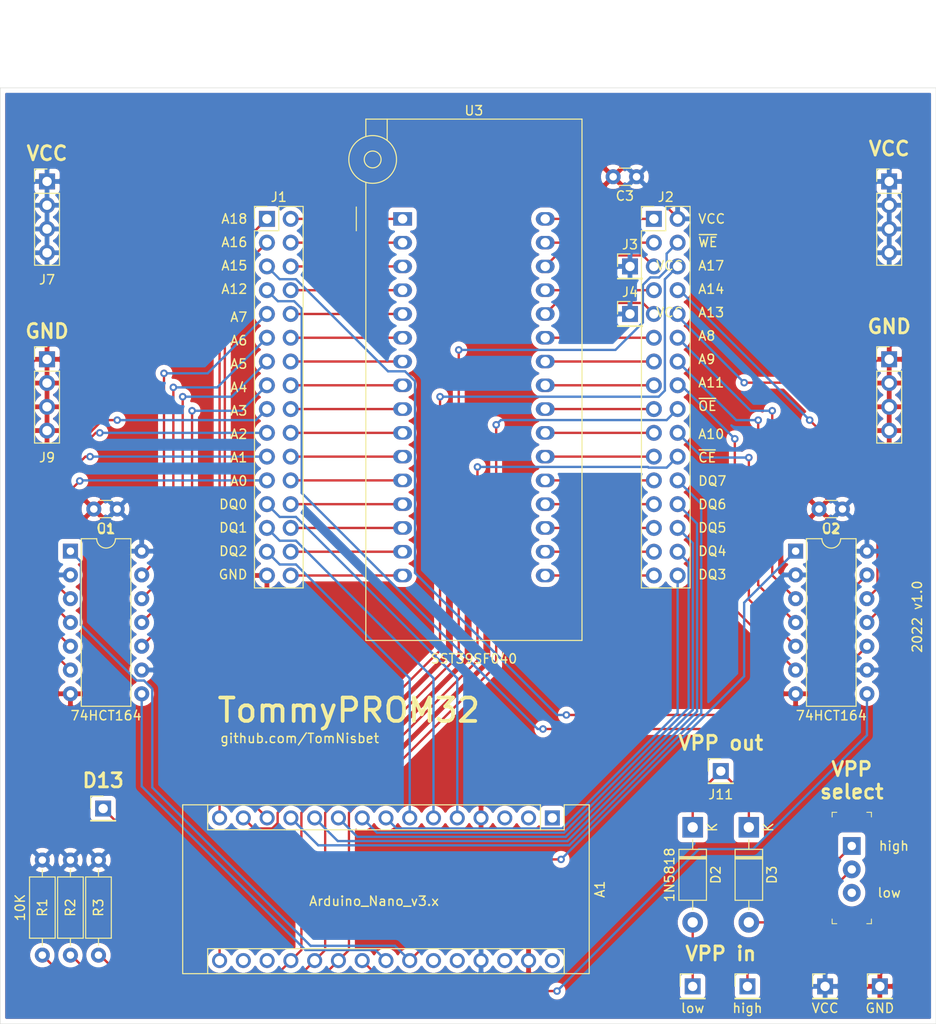
<source format=kicad_pcb>
(kicad_pcb (version 20171130) (host pcbnew "(5.1.9)-1")
  (layers (0 F.Cu signal) (31 B.Cu signal) (36 B.SilkS user) (37 F.SilkS user) (38 B.Mask user) (39 F.Mask user) (44 Edge.Cuts user))
  (net 0 "")
  (net 1 "Net-(A1-Pad16)")
  (net 2 A18)
  (net 3 "Net-(A1-Pad30)")
  (net 4 A17)
  (net 5 GND)
  (net 6 A16)
  (net 7 "Net-(A1-Pad28)")
  (net 8 DQ7)
  (net 9 VCC)
  (net 10 DQ6)
  (net 11 "Net-(A1-Pad26)")
  (net 12 DQ5)
  (net 13 "Net-(A1-Pad25)")
  (net 14 DQ4)
  (net 15 /AD-BIT)
  (net 16 DQ3)
  (net 17 /CLK-LO)
  (net 18 DQ2)
  (net 19 /CLK-HI)
  (net 20 DQ1)
  (net 21 ~OE)
  (net 22 DQ0)
  (net 23 ~CE)
  (net 24 ~WE)
  (net 25 "Net-(A1-Pad3)")
  (net 26 "Net-(A1-Pad18)")
  (net 27 "Net-(A1-Pad2)")
  (net 28 "Net-(A1-Pad17)")
  (net 29 "Net-(A1-Pad1)")
  (net 30 "Net-(D2-Pad2)")
  (net 31 "Net-(D2-Pad1)")
  (net 32 "Net-(D3-Pad2)")
  (net 33 "Net-(J1-Pad32)")
  (net 34 "Net-(J1-Pad30)")
  (net 35 "Net-(J1-Pad28)")
  (net 36 "Net-(J1-Pad26)")
  (net 37 "Net-(J1-Pad24)")
  (net 38 "Net-(J1-Pad22)")
  (net 39 "Net-(J1-Pad20)")
  (net 40 "Net-(J1-Pad18)")
  (net 41 A0)
  (net 42 A1)
  (net 43 A2)
  (net 44 A3)
  (net 45 A4)
  (net 46 A5)
  (net 47 A6)
  (net 48 A7)
  (net 49 A12)
  (net 50 A15)
  (net 51 A14)
  (net 52 A13)
  (net 53 A8)
  (net 54 A9)
  (net 55 A11)
  (net 56 A10)
  (net 57 "Net-(J2-Pad15)")
  (net 58 "Net-(J2-Pad13)")
  (net 59 "Net-(J2-Pad11)")
  (net 60 "Net-(J2-Pad9)")
  (net 61 "Net-(J2-Pad7)")
  (net 62 "Net-(J2-Pad5)")
  (net 63 "Net-(J2-Pad3)")
  (net 64 "Net-(J2-Pad1)")
  (net 65 "Net-(J5-Pad1)")
  (net 66 "Net-(SW1-Pad3)")
  (net 67 "Net-(J1-Pad16)")
  (net 68 "Net-(J1-Pad14)")
  (net 69 "Net-(J1-Pad12)")
  (net 70 "Net-(J1-Pad10)")
  (net 71 "Net-(J1-Pad8)")
  (net 72 "Net-(J1-Pad6)")
  (net 73 "Net-(J1-Pad4)")
  (net 74 "Net-(J1-Pad2)")
  (net 75 "Net-(J2-Pad31)")
  (net 76 "Net-(J2-Pad29)")
  (net 77 "Net-(J2-Pad27)")
  (net 78 "Net-(J2-Pad25)")
  (net 79 "Net-(J2-Pad23)")
  (net 80 "Net-(J2-Pad21)")
  (net 81 "Net-(J2-Pad19)")
  (net 82 "Net-(J2-Pad17)")
  (module Connector_PinHeader_2.54mm:PinHeader_1x01_P2.54mm_Vertical (layer F.Cu) (at 149 131)
    (fp_text reference J14)
    (fp_text value GND (at 0 2.33) (layer F.SilkS))
    (pad 1 thru_hole rect (at 0 0) (size 1.7 1.7) (drill 1) (layers *.Cu *.Mask) (net 5 GND))
  )
  (module Socket:DIP_Socket-32_W11.9_W12.7_W15.24_W17.78_W18.5_3M_232-1285-00-0602J (layer F.Cu) (at 98 49)
    (fp_text reference U3 (at 7.62 -11.56) (layer F.SilkS))
    (fp_text value SST39SF040 (at 7.62 47) (layer F.SilkS))
    (pad 17 thru_hole oval (at 15.24 38.1) (size 2 1.44) (drill 1) (layers *.Cu *.Mask) (net 75 "Net-(J2-Pad31)"))
    (pad 16 thru_hole oval (at 0 38.1) (size 2 1.44) (drill 1) (layers *.Cu *.Mask) (net 33 "Net-(J1-Pad32)"))
    (pad 18 thru_hole oval (at 15.24 35.56) (size 2 1.44) (drill 1) (layers *.Cu *.Mask) (net 76 "Net-(J2-Pad29)"))
    (pad 15 thru_hole oval (at 0 35.56) (size 2 1.44) (drill 1) (layers *.Cu *.Mask) (net 34 "Net-(J1-Pad30)"))
    (pad 19 thru_hole oval (at 15.24 33.02) (size 2 1.44) (drill 1) (layers *.Cu *.Mask) (net 77 "Net-(J2-Pad27)"))
    (pad 14 thru_hole oval (at 0 33.02) (size 2 1.44) (drill 1) (layers *.Cu *.Mask) (net 35 "Net-(J1-Pad28)"))
    (pad 20 thru_hole oval (at 15.24 30.48) (size 2 1.44) (drill 1) (layers *.Cu *.Mask) (net 78 "Net-(J2-Pad25)"))
    (pad 13 thru_hole oval (at 0 30.48) (size 2 1.44) (drill 1) (layers *.Cu *.Mask) (net 36 "Net-(J1-Pad26)"))
    (pad 21 thru_hole oval (at 15.24 27.94) (size 2 1.44) (drill 1) (layers *.Cu *.Mask) (net 79 "Net-(J2-Pad23)"))
    (pad 12 thru_hole oval (at 0 27.94) (size 2 1.44) (drill 1) (layers *.Cu *.Mask) (net 37 "Net-(J1-Pad24)"))
    (pad 22 thru_hole oval (at 15.24 25.4) (size 2 1.44) (drill 1) (layers *.Cu *.Mask) (net 80 "Net-(J2-Pad21)"))
    (pad 11 thru_hole oval (at 0 25.4) (size 2 1.44) (drill 1) (layers *.Cu *.Mask) (net 38 "Net-(J1-Pad22)"))
    (pad 23 thru_hole oval (at 15.24 22.86) (size 2 1.44) (drill 1) (layers *.Cu *.Mask) (net 81 "Net-(J2-Pad19)"))
    (pad 10 thru_hole oval (at 0 22.86) (size 2 1.44) (drill 1) (layers *.Cu *.Mask) (net 39 "Net-(J1-Pad20)"))
    (pad 24 thru_hole oval (at 15.24 20.32) (size 2 1.44) (drill 1) (layers *.Cu *.Mask) (net 82 "Net-(J2-Pad17)"))
    (pad 9 thru_hole oval (at 0 20.32) (size 2 1.44) (drill 1) (layers *.Cu *.Mask) (net 40 "Net-(J1-Pad18)"))
    (pad 25 thru_hole oval (at 15.24 17.78) (size 2 1.44) (drill 1) (layers *.Cu *.Mask) (net 57 "Net-(J2-Pad15)"))
    (pad 8 thru_hole oval (at 0 17.78) (size 2 1.44) (drill 1) (layers *.Cu *.Mask) (net 67 "Net-(J1-Pad16)"))
    (pad 26 thru_hole oval (at 15.24 15.24) (size 2 1.44) (drill 1) (layers *.Cu *.Mask) (net 58 "Net-(J2-Pad13)"))
    (pad 7 thru_hole oval (at 0 15.24) (size 2 1.44) (drill 1) (layers *.Cu *.Mask) (net 68 "Net-(J1-Pad14)"))
    (pad 27 thru_hole oval (at 15.24 12.7) (size 2 1.44) (drill 1) (layers *.Cu *.Mask) (net 59 "Net-(J2-Pad11)"))
    (pad 6 thru_hole oval (at 0 12.7) (size 2 1.44) (drill 1) (layers *.Cu *.Mask) (net 69 "Net-(J1-Pad12)"))
    (pad 28 thru_hole oval (at 15.24 10.16) (size 2 1.44) (drill 1) (layers *.Cu *.Mask) (net 60 "Net-(J2-Pad9)"))
    (pad 5 thru_hole oval (at 0 10.16) (size 2 1.44) (drill 1) (layers *.Cu *.Mask) (net 70 "Net-(J1-Pad10)"))
    (pad 29 thru_hole oval (at 15.24 7.62) (size 2 1.44) (drill 1) (layers *.Cu *.Mask) (net 61 "Net-(J2-Pad7)"))
    (pad 4 thru_hole oval (at 0 7.62) (size 2 1.44) (drill 1) (layers *.Cu *.Mask) (net 71 "Net-(J1-Pad8)"))
    (pad 30 thru_hole oval (at 15.24 5.08) (size 2 1.44) (drill 1) (layers *.Cu *.Mask) (net 62 "Net-(J2-Pad5)"))
    (pad 3 thru_hole oval (at 0 5.08) (size 2 1.44) (drill 1) (layers *.Cu *.Mask) (net 72 "Net-(J1-Pad6)"))
    (pad 31 thru_hole oval (at 15.24 2.54) (size 2 1.44) (drill 1) (layers *.Cu *.Mask) (net 63 "Net-(J2-Pad3)"))
    (pad 2 thru_hole oval (at 0 2.54) (size 2 1.44) (drill 1) (layers *.Cu *.Mask) (net 73 "Net-(J1-Pad4)"))
    (pad 32 thru_hole oval (at 15.24 0) (size 2 1.44) (drill 1) (layers *.Cu *.Mask) (net 64 "Net-(J2-Pad1)"))
    (pad 1 thru_hole rect (at 0 0) (size 2 1.44) (drill 1) (layers *.Cu *.Mask) (net 74 "Net-(J1-Pad2)"))
  )
  (module Package_DIP:DIP-14_W7.62mm (layer F.Cu) (at 140 84.5)
    (fp_text reference U2 (at 3.81 -2.33) (layer F.SilkS))
    (fp_text value 74HCT164 (at 3.81 17.57) (layer F.SilkS))
    (pad 14 thru_hole oval (at 7.62 0) (size 1.6 1.6) (drill 0.8) (layers *.Cu *.Mask) (net 9 VCC))
    (pad 7 thru_hole oval (at 0 15.24) (size 1.6 1.6) (drill 0.8) (layers *.Cu *.Mask) (net 5 GND))
    (pad 13 thru_hole oval (at 7.62 2.54) (size 1.6 1.6) (drill 0.8) (layers *.Cu *.Mask) (net 50 A15))
    (pad 6 thru_hole oval (at 0 12.7) (size 1.6 1.6) (drill 0.8) (layers *.Cu *.Mask) (net 55 A11))
    (pad 12 thru_hole oval (at 7.62 5.08) (size 1.6 1.6) (drill 0.8) (layers *.Cu *.Mask) (net 51 A14))
    (pad 5 thru_hole oval (at 0 10.16) (size 1.6 1.6) (drill 0.8) (layers *.Cu *.Mask) (net 56 A10))
    (pad 11 thru_hole oval (at 7.62 7.62) (size 1.6 1.6) (drill 0.8) (layers *.Cu *.Mask) (net 52 A13))
    (pad 4 thru_hole oval (at 0 7.62) (size 1.6 1.6) (drill 0.8) (layers *.Cu *.Mask) (net 54 A9))
    (pad 10 thru_hole oval (at 7.62 10.16) (size 1.6 1.6) (drill 0.8) (layers *.Cu *.Mask) (net 49 A12))
    (pad 3 thru_hole oval (at 0 5.08) (size 1.6 1.6) (drill 0.8) (layers *.Cu *.Mask) (net 53 A8))
    (pad 9 thru_hole oval (at 7.62 12.7) (size 1.6 1.6) (drill 0.8) (layers *.Cu *.Mask) (net 9 VCC))
    (pad 2 thru_hole oval (at 0 2.54) (size 1.6 1.6) (drill 0.8) (layers *.Cu *.Mask) (net 9 VCC))
    (pad 8 thru_hole oval (at 7.62 15.24) (size 1.6 1.6) (drill 0.8) (layers *.Cu *.Mask) (net 19 /CLK-HI))
    (pad 1 thru_hole rect (at 0 0) (size 1.6 1.6) (drill 0.8) (layers *.Cu *.Mask) (net 15 /AD-BIT))
  )
  (module Package_DIP:DIP-14_W7.62mm (layer F.Cu) (at 62.5 84.5)
    (fp_text reference U1 (at 3.81 -2.33) (layer F.SilkS))
    (fp_text value 74HCT164 (at 3.81 17.57) (layer F.SilkS))
    (pad 14 thru_hole oval (at 7.62 0) (size 1.6 1.6) (drill 0.8) (layers *.Cu *.Mask) (net 9 VCC))
    (pad 7 thru_hole oval (at 0 15.24) (size 1.6 1.6) (drill 0.8) (layers *.Cu *.Mask) (net 5 GND))
    (pad 13 thru_hole oval (at 7.62 2.54) (size 1.6 1.6) (drill 0.8) (layers *.Cu *.Mask) (net 48 A7))
    (pad 6 thru_hole oval (at 0 12.7) (size 1.6 1.6) (drill 0.8) (layers *.Cu *.Mask) (net 44 A3))
    (pad 12 thru_hole oval (at 7.62 5.08) (size 1.6 1.6) (drill 0.8) (layers *.Cu *.Mask) (net 47 A6))
    (pad 5 thru_hole oval (at 0 10.16) (size 1.6 1.6) (drill 0.8) (layers *.Cu *.Mask) (net 43 A2))
    (pad 11 thru_hole oval (at 7.62 7.62) (size 1.6 1.6) (drill 0.8) (layers *.Cu *.Mask) (net 46 A5))
    (pad 4 thru_hole oval (at 0 7.62) (size 1.6 1.6) (drill 0.8) (layers *.Cu *.Mask) (net 42 A1))
    (pad 10 thru_hole oval (at 7.62 10.16) (size 1.6 1.6) (drill 0.8) (layers *.Cu *.Mask) (net 45 A4))
    (pad 3 thru_hole oval (at 0 5.08) (size 1.6 1.6) (drill 0.8) (layers *.Cu *.Mask) (net 41 A0))
    (pad 9 thru_hole oval (at 7.62 12.7) (size 1.6 1.6) (drill 0.8) (layers *.Cu *.Mask) (net 9 VCC))
    (pad 2 thru_hole oval (at 0 2.54) (size 1.6 1.6) (drill 0.8) (layers *.Cu *.Mask) (net 9 VCC))
    (pad 8 thru_hole oval (at 7.62 15.24) (size 1.6 1.6) (drill 0.8) (layers *.Cu *.Mask) (net 17 /CLK-LO))
    (pad 1 thru_hole rect (at 0 0) (size 1.6 1.6) (drill 0.8) (layers *.Cu *.Mask) (net 15 /AD-BIT))
  )
  (module digikey-footprints:Switch_Slide_11.6x4mm_EG1218 (layer F.Cu) (at 146 116 270)
    (fp_text reference SW1)
    (fp_text value SW_SPDT)
    (fp_text user low (at 5 -4) (layer F.SilkS))
    (fp_text user high (at 0 -4.5) (layer F.SilkS))
    (pad 3 thru_hole circle (at 5 0 270) (size 1.9 1.9) (drill 0.9) (layers *.Cu *.Mask) (net 66 "Net-(SW1-Pad3)"))
    (pad 2 thru_hole circle (at 2.5 0 270) (size 1.9 1.9) (drill 0.9) (layers *.Cu *.Mask) (net 65 "Net-(J5-Pad1)"))
    (pad 1 thru_hole rect (at 0 0 270) (size 1.9 1.9) (drill 0.9) (layers *.Cu *.Mask) (net 32 "Net-(D3-Pad2)"))
  )
  (module Resistor_THT:R_Axial_DIN0207_L6.3mm_D2.5mm_P10.16mm_Horizontal (layer F.Cu) (at 65.5 117.5 270)
    (fp_text reference R3 (at 5.08 0 90) (layer F.SilkS))
    (fp_text value 10K)
    (pad 2 thru_hole oval (at 10.16 0 270) (size 1.6 1.6) (drill 0.8) (layers *.Cu *.Mask) (net 24 ~WE))
    (pad 1 thru_hole circle (at 0 0 270) (size 1.6 1.6) (drill 0.8) (layers *.Cu *.Mask) (net 9 VCC))
  )
  (module Resistor_THT:R_Axial_DIN0207_L6.3mm_D2.5mm_P10.16mm_Horizontal (layer F.Cu) (at 62.5 117.5 270)
    (fp_text reference R2 (at 5.08 0 90) (layer F.SilkS))
    (fp_text value 10K)
    (pad 2 thru_hole oval (at 10.16 0 270) (size 1.6 1.6) (drill 0.8) (layers *.Cu *.Mask) (net 23 ~CE))
    (pad 1 thru_hole circle (at 0 0 270) (size 1.6 1.6) (drill 0.8) (layers *.Cu *.Mask) (net 9 VCC))
  )
  (module Resistor_THT:R_Axial_DIN0207_L6.3mm_D2.5mm_P10.16mm_Horizontal (layer F.Cu) (at 59.5 117.5 270)
    (fp_text reference R1 (at 5.08 0 90) (layer F.SilkS))
    (fp_text value 10K (at 5.08 2.37 90) (layer F.SilkS))
    (pad 2 thru_hole oval (at 10.16 0 270) (size 1.6 1.6) (drill 0.8) (layers *.Cu *.Mask) (net 21 ~OE))
    (pad 1 thru_hole circle (at 0 0 270) (size 1.6 1.6) (drill 0.8) (layers *.Cu *.Mask) (net 9 VCC))
  )
  (module Connector_PinHeader_2.54mm:PinHeader_1x01_P2.54mm_Vertical (layer F.Cu) (at 143.149999 131)
    (fp_text reference J13)
    (fp_text value VCC (at 0 2.33) (layer F.SilkS))
    (pad 1 thru_hole rect (at 0 0) (size 1.7 1.7) (drill 1) (layers *.Cu *.Mask) (net 9 VCC))
  )
  (module Connector_PinHeader_2.54mm:PinHeader_1x01_P2.54mm_Vertical (layer F.Cu) (at 66 112)
    (fp_text reference J12)
    (fp_text value D13 (at 0 -3) (layer F.SilkS) (effects (font (size 1.5 1.5) (thickness 0.3))))
    (pad 1 thru_hole rect (at 0 0) (size 1.7 1.7) (drill 1) (layers *.Cu *.Mask) (net 1 "Net-(A1-Pad16)"))
  )
  (module Connector_PinHeader_2.54mm:PinHeader_1x01_P2.54mm_Vertical (layer F.Cu) (at 132 108)
    (fp_text reference J11 (at 0 2.5) (layer F.SilkS))
    (fp_text value "VPP out" (at 0 -3) (layer F.SilkS) (effects (font (size 1.5 1.5) (thickness 0.3))))
    (pad 1 thru_hole rect (at 0 0) (size 1.7 1.7) (drill 1) (layers *.Cu *.Mask) (net 31 "Net-(D2-Pad1)"))
  )
  (module Connector_PinHeader_2.54mm:PinHeader_1x04_P2.54mm_Vertical (layer F.Cu) (at 150 64)
    (fp_text reference J10)
    (fp_text value GND (at 0 -3.5) (layer F.SilkS) (effects (font (size 1.5 1.5) (thickness 0.3))))
    (pad 4 thru_hole oval (at 0 7.62) (size 1.7 1.7) (drill 1) (layers *.Cu *.Mask) (net 5 GND))
    (pad 3 thru_hole oval (at 0 5.08) (size 1.7 1.7) (drill 1) (layers *.Cu *.Mask) (net 5 GND))
    (pad 2 thru_hole oval (at 0 2.54) (size 1.7 1.7) (drill 1) (layers *.Cu *.Mask) (net 5 GND))
    (pad 1 thru_hole rect (at 0 0) (size 1.7 1.7) (drill 1) (layers *.Cu *.Mask) (net 5 GND))
  )
  (module Connector_PinHeader_2.54mm:PinHeader_1x04_P2.54mm_Vertical (layer F.Cu) (at 60 64)
    (fp_text reference J9 (at 0 10.5) (layer F.SilkS))
    (fp_text value GND (at 0 -3) (layer F.SilkS) (effects (font (size 1.5 1.5) (thickness 0.3))))
    (pad 4 thru_hole oval (at 0 7.62) (size 1.7 1.7) (drill 1) (layers *.Cu *.Mask) (net 5 GND))
    (pad 3 thru_hole oval (at 0 5.08) (size 1.7 1.7) (drill 1) (layers *.Cu *.Mask) (net 5 GND))
    (pad 2 thru_hole oval (at 0 2.54) (size 1.7 1.7) (drill 1) (layers *.Cu *.Mask) (net 5 GND))
    (pad 1 thru_hole rect (at 0 0) (size 1.7 1.7) (drill 1) (layers *.Cu *.Mask) (net 5 GND))
  )
  (module Connector_PinHeader_2.54mm:PinHeader_1x04_P2.54mm_Vertical (layer F.Cu) (at 150 45)
    (fp_text reference J8)
    (fp_text value VCC (at 0 -3.5) (layer F.SilkS) (effects (font (size 1.5 1.5) (thickness 0.3))))
    (pad 4 thru_hole oval (at 0 7.62) (size 1.7 1.7) (drill 1) (layers *.Cu *.Mask) (net 9 VCC))
    (pad 3 thru_hole oval (at 0 5.08) (size 1.7 1.7) (drill 1) (layers *.Cu *.Mask) (net 9 VCC))
    (pad 2 thru_hole oval (at 0 2.54) (size 1.7 1.7) (drill 1) (layers *.Cu *.Mask) (net 9 VCC))
    (pad 1 thru_hole rect (at 0 0) (size 1.7 1.7) (drill 1) (layers *.Cu *.Mask) (net 9 VCC))
  )
  (module Connector_PinHeader_2.54mm:PinHeader_1x04_P2.54mm_Vertical (layer F.Cu) (at 60 45)
    (fp_text reference J7 (at 0 10.5) (layer F.SilkS))
    (fp_text value VCC (at 0 -3) (layer F.SilkS) (effects (font (size 1.5 1.5) (thickness 0.3))))
    (pad 4 thru_hole oval (at 0 7.62) (size 1.7 1.7) (drill 1) (layers *.Cu *.Mask) (net 9 VCC))
    (pad 3 thru_hole oval (at 0 5.08) (size 1.7 1.7) (drill 1) (layers *.Cu *.Mask) (net 9 VCC))
    (pad 2 thru_hole oval (at 0 2.54) (size 1.7 1.7) (drill 1) (layers *.Cu *.Mask) (net 9 VCC))
    (pad 1 thru_hole rect (at 0 0) (size 1.7 1.7) (drill 1) (layers *.Cu *.Mask) (net 9 VCC))
  )
  (module Connector_PinHeader_2.54mm:PinHeader_1x01_P2.54mm_Vertical (layer F.Cu) (at 129 131)
    (fp_text reference J6)
    (fp_text value low (at 0 2.33) (layer F.SilkS))
    (pad 1 thru_hole rect (at 0 0) (size 1.7 1.7) (drill 1) (layers *.Cu *.Mask) (net 30 "Net-(D2-Pad2)"))
  )
  (module Connector_PinHeader_2.54mm:PinHeader_1x01_P2.54mm_Vertical (layer F.Cu) (at 134.85 131)
    (fp_text reference J5)
    (fp_text value high (at 0 2.33) (layer F.SilkS))
    (pad 1 thru_hole rect (at 0 0) (size 1.7 1.7) (drill 1) (layers *.Cu *.Mask) (net 65 "Net-(J5-Pad1)"))
  )
  (module Connector_PinHeader_2.54mm:PinHeader_1x01_P2.54mm_Vertical (layer F.Cu) (at 122.3 59.16)
    (fp_text reference J4 (at 0 -2.33) (layer F.SilkS))
    (fp_text value PWR24)
    (pad 1 thru_hole rect (at 0 0) (size 1.7 1.7) (drill 1) (layers *.Cu *.Mask) (net 9 VCC))
  )
  (module Connector_PinHeader_2.54mm:PinHeader_1x01_P2.54mm_Vertical (layer F.Cu) (at 122.3 54.08)
    (fp_text reference J3 (at 0 -2.33) (layer F.SilkS))
    (fp_text value PWR28)
    (pad 1 thru_hole rect (at 0 0) (size 1.7 1.7) (drill 1) (layers *.Cu *.Mask) (net 9 VCC))
  )
  (module Connector_PinHeader_2.54mm:PinHeader_2x16_P2.54mm_Vertical (layer F.Cu) (at 124.85 49)
    (fp_text reference J2 (at 1.27 -2.33) (layer F.SilkS))
    (fp_text value right)
    (pad 32 thru_hole oval (at 2.54 38.1) (size 1.7 1.7) (drill 1) (layers *.Cu *.Mask) (net 16 DQ3))
    (pad 31 thru_hole oval (at 0 38.1) (size 1.7 1.7) (drill 1) (layers *.Cu *.Mask) (net 75 "Net-(J2-Pad31)"))
    (pad 30 thru_hole oval (at 2.54 35.56) (size 1.7 1.7) (drill 1) (layers *.Cu *.Mask) (net 14 DQ4))
    (pad 29 thru_hole oval (at 0 35.56) (size 1.7 1.7) (drill 1) (layers *.Cu *.Mask) (net 76 "Net-(J2-Pad29)"))
    (pad 28 thru_hole oval (at 2.54 33.02) (size 1.7 1.7) (drill 1) (layers *.Cu *.Mask) (net 12 DQ5))
    (pad 27 thru_hole oval (at 0 33.02) (size 1.7 1.7) (drill 1) (layers *.Cu *.Mask) (net 77 "Net-(J2-Pad27)"))
    (pad 26 thru_hole oval (at 2.54 30.48) (size 1.7 1.7) (drill 1) (layers *.Cu *.Mask) (net 10 DQ6))
    (pad 25 thru_hole oval (at 0 30.48) (size 1.7 1.7) (drill 1) (layers *.Cu *.Mask) (net 78 "Net-(J2-Pad25)"))
    (pad 24 thru_hole oval (at 2.54 27.94) (size 1.7 1.7) (drill 1) (layers *.Cu *.Mask) (net 8 DQ7))
    (pad 23 thru_hole oval (at 0 27.94) (size 1.7 1.7) (drill 1) (layers *.Cu *.Mask) (net 79 "Net-(J2-Pad23)"))
    (pad 22 thru_hole oval (at 2.54 25.4) (size 1.7 1.7) (drill 1) (layers *.Cu *.Mask) (net 23 ~CE))
    (pad 21 thru_hole oval (at 0 25.4) (size 1.7 1.7) (drill 1) (layers *.Cu *.Mask) (net 80 "Net-(J2-Pad21)"))
    (pad 20 thru_hole oval (at 2.54 22.86) (size 1.7 1.7) (drill 1) (layers *.Cu *.Mask) (net 56 A10))
    (pad 19 thru_hole oval (at 0 22.86) (size 1.7 1.7) (drill 1) (layers *.Cu *.Mask) (net 81 "Net-(J2-Pad19)"))
    (pad 18 thru_hole oval (at 2.54 20.32) (size 1.7 1.7) (drill 1) (layers *.Cu *.Mask) (net 21 ~OE))
    (pad 17 thru_hole oval (at 0 20.32) (size 1.7 1.7) (drill 1) (layers *.Cu *.Mask) (net 82 "Net-(J2-Pad17)"))
    (pad 16 thru_hole oval (at 2.54 17.78) (size 1.7 1.7) (drill 1) (layers *.Cu *.Mask) (net 55 A11))
    (pad 15 thru_hole oval (at 0 17.78) (size 1.7 1.7) (drill 1) (layers *.Cu *.Mask) (net 57 "Net-(J2-Pad15)"))
    (pad 14 thru_hole oval (at 2.54 15.24) (size 1.7 1.7) (drill 1) (layers *.Cu *.Mask) (net 54 A9))
    (pad 13 thru_hole oval (at 0 15.24) (size 1.7 1.7) (drill 1) (layers *.Cu *.Mask) (net 58 "Net-(J2-Pad13)"))
    (pad 12 thru_hole oval (at 2.54 12.7) (size 1.7 1.7) (drill 1) (layers *.Cu *.Mask) (net 53 A8))
    (pad 11 thru_hole oval (at 0 12.7) (size 1.7 1.7) (drill 1) (layers *.Cu *.Mask) (net 59 "Net-(J2-Pad11)"))
    (pad 10 thru_hole oval (at 2.54 10.16) (size 1.7 1.7) (drill 1) (layers *.Cu *.Mask) (net 52 A13))
    (pad 9 thru_hole oval (at 0 10.16) (size 1.7 1.7) (drill 1) (layers *.Cu *.Mask) (net 60 "Net-(J2-Pad9)"))
    (pad 8 thru_hole oval (at 2.54 7.62) (size 1.7 1.7) (drill 1) (layers *.Cu *.Mask) (net 51 A14))
    (pad 7 thru_hole oval (at 0 7.62) (size 1.7 1.7) (drill 1) (layers *.Cu *.Mask) (net 61 "Net-(J2-Pad7)"))
    (pad 6 thru_hole oval (at 2.54 5.08) (size 1.7 1.7) (drill 1) (layers *.Cu *.Mask) (net 4 A17))
    (pad 5 thru_hole oval (at 0 5.08) (size 1.7 1.7) (drill 1) (layers *.Cu *.Mask) (net 62 "Net-(J2-Pad5)"))
    (pad 4 thru_hole oval (at 2.54 2.54) (size 1.7 1.7) (drill 1) (layers *.Cu *.Mask) (net 24 ~WE))
    (pad 3 thru_hole oval (at 0 2.54) (size 1.7 1.7) (drill 1) (layers *.Cu *.Mask) (net 63 "Net-(J2-Pad3)"))
    (pad 2 thru_hole oval (at 2.54 0) (size 1.7 1.7) (drill 1) (layers *.Cu *.Mask) (net 9 VCC))
    (pad 1 thru_hole rect (at 0 0) (size 1.7 1.7) (drill 1) (layers *.Cu *.Mask) (net 64 "Net-(J2-Pad1)"))
  )
  (module Connector_PinHeader_2.54mm:PinHeader_2x16_P2.54mm_Vertical (layer F.Cu) (at 83.5 49)
    (fp_text reference J1 (at 1.27 -2.33) (layer F.SilkS))
    (fp_text value left)
    (pad 32 thru_hole oval (at 2.54 38.1) (size 1.7 1.7) (drill 1) (layers *.Cu *.Mask) (net 33 "Net-(J1-Pad32)"))
    (pad 31 thru_hole oval (at 0 38.1) (size 1.7 1.7) (drill 1) (layers *.Cu *.Mask) (net 5 GND))
    (pad 30 thru_hole oval (at 2.54 35.56) (size 1.7 1.7) (drill 1) (layers *.Cu *.Mask) (net 34 "Net-(J1-Pad30)"))
    (pad 29 thru_hole oval (at 0 35.56) (size 1.7 1.7) (drill 1) (layers *.Cu *.Mask) (net 18 DQ2))
    (pad 28 thru_hole oval (at 2.54 33.02) (size 1.7 1.7) (drill 1) (layers *.Cu *.Mask) (net 35 "Net-(J1-Pad28)"))
    (pad 27 thru_hole oval (at 0 33.02) (size 1.7 1.7) (drill 1) (layers *.Cu *.Mask) (net 20 DQ1))
    (pad 26 thru_hole oval (at 2.54 30.48) (size 1.7 1.7) (drill 1) (layers *.Cu *.Mask) (net 36 "Net-(J1-Pad26)"))
    (pad 25 thru_hole oval (at 0 30.48) (size 1.7 1.7) (drill 1) (layers *.Cu *.Mask) (net 22 DQ0))
    (pad 24 thru_hole oval (at 2.54 27.94) (size 1.7 1.7) (drill 1) (layers *.Cu *.Mask) (net 37 "Net-(J1-Pad24)"))
    (pad 23 thru_hole oval (at 0 27.94) (size 1.7 1.7) (drill 1) (layers *.Cu *.Mask) (net 41 A0))
    (pad 22 thru_hole oval (at 2.54 25.4) (size 1.7 1.7) (drill 1) (layers *.Cu *.Mask) (net 38 "Net-(J1-Pad22)"))
    (pad 21 thru_hole oval (at 0 25.4) (size 1.7 1.7) (drill 1) (layers *.Cu *.Mask) (net 42 A1))
    (pad 20 thru_hole oval (at 2.54 22.86) (size 1.7 1.7) (drill 1) (layers *.Cu *.Mask) (net 39 "Net-(J1-Pad20)"))
    (pad 19 thru_hole oval (at 0 22.86) (size 1.7 1.7) (drill 1) (layers *.Cu *.Mask) (net 43 A2))
    (pad 18 thru_hole oval (at 2.54 20.32) (size 1.7 1.7) (drill 1) (layers *.Cu *.Mask) (net 40 "Net-(J1-Pad18)"))
    (pad 17 thru_hole oval (at 0 20.32) (size 1.7 1.7) (drill 1) (layers *.Cu *.Mask) (net 44 A3))
    (pad 16 thru_hole oval (at 2.54 17.78) (size 1.7 1.7) (drill 1) (layers *.Cu *.Mask) (net 67 "Net-(J1-Pad16)"))
    (pad 15 thru_hole oval (at 0 17.78) (size 1.7 1.7) (drill 1) (layers *.Cu *.Mask) (net 45 A4))
    (pad 14 thru_hole oval (at 2.54 15.24) (size 1.7 1.7) (drill 1) (layers *.Cu *.Mask) (net 68 "Net-(J1-Pad14)"))
    (pad 13 thru_hole oval (at 0 15.24) (size 1.7 1.7) (drill 1) (layers *.Cu *.Mask) (net 46 A5))
    (pad 12 thru_hole oval (at 2.54 12.7) (size 1.7 1.7) (drill 1) (layers *.Cu *.Mask) (net 69 "Net-(J1-Pad12)"))
    (pad 11 thru_hole oval (at 0 12.7) (size 1.7 1.7) (drill 1) (layers *.Cu *.Mask) (net 47 A6))
    (pad 10 thru_hole oval (at 2.54 10.16) (size 1.7 1.7) (drill 1) (layers *.Cu *.Mask) (net 70 "Net-(J1-Pad10)"))
    (pad 9 thru_hole oval (at 0 10.16) (size 1.7 1.7) (drill 1) (layers *.Cu *.Mask) (net 48 A7))
    (pad 8 thru_hole oval (at 2.54 7.62) (size 1.7 1.7) (drill 1) (layers *.Cu *.Mask) (net 71 "Net-(J1-Pad8)"))
    (pad 7 thru_hole oval (at 0 7.62) (size 1.7 1.7) (drill 1) (layers *.Cu *.Mask) (net 49 A12))
    (pad 6 thru_hole oval (at 2.54 5.08) (size 1.7 1.7) (drill 1) (layers *.Cu *.Mask) (net 72 "Net-(J1-Pad6)"))
    (pad 5 thru_hole oval (at 0 5.08) (size 1.7 1.7) (drill 1) (layers *.Cu *.Mask) (net 50 A15))
    (pad 4 thru_hole oval (at 2.54 2.54) (size 1.7 1.7) (drill 1) (layers *.Cu *.Mask) (net 73 "Net-(J1-Pad4)"))
    (pad 3 thru_hole oval (at 0 2.54) (size 1.7 1.7) (drill 1) (layers *.Cu *.Mask) (net 6 A16))
    (pad 2 thru_hole oval (at 2.54 0) (size 1.7 1.7) (drill 1) (layers *.Cu *.Mask) (net 74 "Net-(J1-Pad2)"))
    (pad 1 thru_hole rect (at 0 0) (size 1.7 1.7) (drill 1) (layers *.Cu *.Mask) (net 2 A18))
  )
  (module Diode_THT:D_DO-41_SOD81_P10.16mm_Horizontal (layer F.Cu) (at 135 114 270)
    (fp_text reference D3 (at 5.08 -2.47 90) (layer F.SilkS))
    (fp_text value 1N5818)
    (fp_text user K (at 0 -2.1 90) (layer F.SilkS))
    (pad 2 thru_hole oval (at 10.16 0 270) (size 2.2 2.2) (drill 1.1) (layers *.Cu *.Mask) (net 32 "Net-(D3-Pad2)"))
    (pad 1 thru_hole rect (at 0 0 270) (size 2.2 2.2) (drill 1.1) (layers *.Cu *.Mask) (net 31 "Net-(D2-Pad1)"))
  )
  (module Diode_THT:D_DO-41_SOD81_P10.16mm_Horizontal (layer F.Cu) (at 129 114 270)
    (fp_text reference D2 (at 5.08 -2.47 90) (layer F.SilkS))
    (fp_text value 1N5818 (at 5.08 2.47 90) (layer F.SilkS))
    (fp_text user K (at 0 -2.1 90) (layer F.SilkS))
    (pad 2 thru_hole oval (at 10.16 0 270) (size 2.2 2.2) (drill 1.1) (layers *.Cu *.Mask) (net 30 "Net-(D2-Pad2)"))
    (pad 1 thru_hole rect (at 0 0 270) (size 2.2 2.2) (drill 1.1) (layers *.Cu *.Mask) (net 31 "Net-(D2-Pad1)"))
  )
  (module Capacitor_THT:C_Disc_D3.0mm_W1.6mm_P2.50mm (layer F.Cu) (at 67.5 80 180)
    (fp_text reference C1 (at 1.25 -2.05) (layer F.SilkS))
    (fp_text value 0.1uF)
    (pad 2 thru_hole circle (at 2.5 0 180) (size 1.6 1.6) (drill 0.8) (layers *.Cu *.Mask) (net 5 GND))
    (pad 1 thru_hole circle (at 0 0 180) (size 1.6 1.6) (drill 0.8) (layers *.Cu *.Mask) (net 9 VCC))
  )
  (module Capacitor_THT:C_Disc_D3.0mm_W1.6mm_P2.50mm (layer F.Cu) (at 123 44.5 180)
    (fp_text reference C3 (at 1.25 -2.05) (layer F.SilkS))
    (fp_text value 0.1uF)
    (pad 2 thru_hole circle (at 2.5 0 180) (size 1.6 1.6) (drill 0.8) (layers *.Cu *.Mask) (net 5 GND))
    (pad 1 thru_hole circle (at 0 0 180) (size 1.6 1.6) (drill 0.8) (layers *.Cu *.Mask) (net 9 VCC))
  )
  (module Capacitor_THT:C_Disc_D3.0mm_W1.6mm_P2.50mm (layer F.Cu) (at 145 80 180)
    (fp_text reference C2 (at 1.25 -2.05) (layer F.SilkS))
    (fp_text value 0.1uF)
    (pad 2 thru_hole circle (at 2.5 0 180) (size 1.6 1.6) (drill 0.8) (layers *.Cu *.Mask) (net 5 GND))
    (pad 1 thru_hole circle (at 0 0 180) (size 1.6 1.6) (drill 0.8) (layers *.Cu *.Mask) (net 9 VCC))
  )
  (module Module:Arduino_Nano (layer F.Cu) (at 114 113 270)
    (fp_text reference A1 (at 7.62 -5.08 90) (layer F.SilkS))
    (fp_text value Arduino_Nano_v3.x (at 8.89 19.05) (layer F.SilkS))
    (pad 16 thru_hole oval (at 15.24 35.56 270) (size 1.6 1.6) (drill 1) (layers *.Cu *.Mask) (net 1 "Net-(A1-Pad16)"))
    (pad 15 thru_hole oval (at 0 35.56 270) (size 1.6 1.6) (drill 1) (layers *.Cu *.Mask) (net 2 A18))
    (pad 30 thru_hole oval (at 15.24 0 270) (size 1.6 1.6) (drill 1) (layers *.Cu *.Mask) (net 3 "Net-(A1-Pad30)"))
    (pad 14 thru_hole oval (at 0 33.02 270) (size 1.6 1.6) (drill 1) (layers *.Cu *.Mask) (net 4 A17))
    (pad 29 thru_hole oval (at 15.24 2.54 270) (size 1.6 1.6) (drill 1) (layers *.Cu *.Mask) (net 5 GND))
    (pad 13 thru_hole oval (at 0 30.48 270) (size 1.6 1.6) (drill 1) (layers *.Cu *.Mask) (net 6 A16))
    (pad 28 thru_hole oval (at 15.24 5.08 270) (size 1.6 1.6) (drill 1) (layers *.Cu *.Mask) (net 7 "Net-(A1-Pad28)"))
    (pad 12 thru_hole oval (at 0 27.94 270) (size 1.6 1.6) (drill 1) (layers *.Cu *.Mask) (net 8 DQ7))
    (pad 27 thru_hole oval (at 15.24 7.62 270) (size 1.6 1.6) (drill 1) (layers *.Cu *.Mask) (net 9 VCC))
    (pad 11 thru_hole oval (at 0 25.4 270) (size 1.6 1.6) (drill 1) (layers *.Cu *.Mask) (net 10 DQ6))
    (pad 26 thru_hole oval (at 15.24 10.16 270) (size 1.6 1.6) (drill 1) (layers *.Cu *.Mask) (net 11 "Net-(A1-Pad26)"))
    (pad 10 thru_hole oval (at 0 22.86 270) (size 1.6 1.6) (drill 1) (layers *.Cu *.Mask) (net 12 DQ5))
    (pad 25 thru_hole oval (at 15.24 12.7 270) (size 1.6 1.6) (drill 1) (layers *.Cu *.Mask) (net 13 "Net-(A1-Pad25)"))
    (pad 9 thru_hole oval (at 0 20.32 270) (size 1.6 1.6) (drill 1) (layers *.Cu *.Mask) (net 14 DQ4))
    (pad 24 thru_hole oval (at 15.24 15.24 270) (size 1.6 1.6) (drill 1) (layers *.Cu *.Mask) (net 15 /AD-BIT))
    (pad 8 thru_hole oval (at 0 17.78 270) (size 1.6 1.6) (drill 1) (layers *.Cu *.Mask) (net 16 DQ3))
    (pad 23 thru_hole oval (at 15.24 17.78 270) (size 1.6 1.6) (drill 1) (layers *.Cu *.Mask) (net 17 /CLK-LO))
    (pad 7 thru_hole oval (at 0 15.24 270) (size 1.6 1.6) (drill 1) (layers *.Cu *.Mask) (net 18 DQ2))
    (pad 22 thru_hole oval (at 15.24 20.32 270) (size 1.6 1.6) (drill 1) (layers *.Cu *.Mask) (net 19 /CLK-HI))
    (pad 6 thru_hole oval (at 0 12.7 270) (size 1.6 1.6) (drill 1) (layers *.Cu *.Mask) (net 20 DQ1))
    (pad 21 thru_hole oval (at 15.24 22.86 270) (size 1.6 1.6) (drill 1) (layers *.Cu *.Mask) (net 21 ~OE))
    (pad 5 thru_hole oval (at 0 10.16 270) (size 1.6 1.6) (drill 1) (layers *.Cu *.Mask) (net 22 DQ0))
    (pad 20 thru_hole oval (at 15.24 25.4 270) (size 1.6 1.6) (drill 1) (layers *.Cu *.Mask) (net 23 ~CE))
    (pad 4 thru_hole oval (at 0 7.62 270) (size 1.6 1.6) (drill 1) (layers *.Cu *.Mask) (net 5 GND))
    (pad 19 thru_hole oval (at 15.24 27.94 270) (size 1.6 1.6) (drill 1) (layers *.Cu *.Mask) (net 24 ~WE))
    (pad 3 thru_hole oval (at 0 5.08 270) (size 1.6 1.6) (drill 1) (layers *.Cu *.Mask) (net 25 "Net-(A1-Pad3)"))
    (pad 18 thru_hole oval (at 15.24 30.48 270) (size 1.6 1.6) (drill 1) (layers *.Cu *.Mask) (net 26 "Net-(A1-Pad18)"))
    (pad 2 thru_hole oval (at 0 2.54 270) (size 1.6 1.6) (drill 1) (layers *.Cu *.Mask) (net 27 "Net-(A1-Pad2)"))
    (pad 17 thru_hole oval (at 15.24 33.02 270) (size 1.6 1.6) (drill 1) (layers *.Cu *.Mask) (net 28 "Net-(A1-Pad17)"))
    (pad 1 thru_hole rect (at 0 0 270) (size 1.6 1.6) (drill 1) (layers *.Cu *.Mask) (net 29 "Net-(A1-Pad1)"))
  )
  (gr_text "2022 v1.0" (at 153 91.5 90) (layer F.SilkS) (effects (font (size 1 1))))
  (gr_text github.com/TomNisbet (at 87 104.5) (layer F.SilkS) (effects (font (size 1 1))))
  (gr_text TommyPROM32 (at 78 101.5) (layer F.SilkS) (effects (font (size 2.5 2.5) (thickness 0.4)) (justify left)))
  (gr_text "VPP\nselect" (at 146 109) (layer F.SilkS) (effects (font (size 1.5 1.5) (thickness 0.3))))
  (gr_text "VPP in" (at 132 127.5) (layer F.SilkS) (effects (font (size 1.5 1.5) (thickness 0.3))))
  (gr_text A18 (at 81.5 49) (layer F.SilkS) (effects (font (size 1 1)) (justify right)))
  (gr_text A16 (at 81.5 51.5) (layer F.SilkS) (effects (font (size 1 1)) (justify right)))
  (gr_text A15 (at 81.5 54) (layer F.SilkS) (effects (font (size 1 1)) (justify right)))
  (gr_text A12 (at 81.5 56.5) (layer F.SilkS) (effects (font (size 1 1)) (justify right)))
  (gr_text A7 (at 81.5 59.5) (layer F.SilkS) (effects (font (size 1 1)) (justify right)))
  (gr_text A6 (at 81.5 62) (layer F.SilkS) (effects (font (size 1 1)) (justify right)))
  (gr_text A5 (at 81.5 64.5) (layer F.SilkS) (effects (font (size 1 1)) (justify right)))
  (gr_text A4 (at 81.5 67) (layer F.SilkS) (effects (font (size 1 1)) (justify right)))
  (gr_text A3 (at 81.5 69.5) (layer F.SilkS) (effects (font (size 1 1)) (justify right)))
  (gr_text A2 (at 81.5 72) (layer F.SilkS) (effects (font (size 1 1)) (justify right)))
  (gr_text A1 (at 81.5 74.5) (layer F.SilkS) (effects (font (size 1 1)) (justify right)))
  (gr_text A0 (at 81.5 77) (layer F.SilkS) (effects (font (size 1 1)) (justify right)))
  (gr_text DQ0 (at 81.5 79.5) (layer F.SilkS) (effects (font (size 1 1)) (justify right)))
  (gr_text DQ1 (at 81.5 82) (layer F.SilkS) (effects (font (size 1 1)) (justify right)))
  (gr_text DQ2 (at 81.5 84.5) (layer F.SilkS) (effects (font (size 1 1)) (justify right)))
  (gr_text GND (at 81.5 87) (layer F.SilkS) (effects (font (size 1 1)) (justify right)))
  (gr_text DQ6 (at 129.5 79.5) (layer F.SilkS) (effects (font (size 1 1)) (justify left)))
  (gr_text DQ5 (at 129.5 82) (layer F.SilkS) (effects (font (size 1 1)) (justify left)))
  (gr_text DQ4 (at 129.5 84.5) (layer F.SilkS) (effects (font (size 1 1)) (justify left)))
  (gr_text DQ3 (at 129.5 87) (layer F.SilkS) (effects (font (size 1 1)) (justify left)))
  (gr_text VCC (at 125 59) (layer F.SilkS) (effects (font (size 1 1)) (justify left)))
  (gr_text VCC (at 125 54) (layer F.SilkS) (effects (font (size 1 1)) (justify left)))
  (gr_text DQ7 (at 129.5 77) (layer F.SilkS) (effects (font (size 1 1)) (justify left)))
  (gr_text ~CE (at 129.5 74.5) (layer F.SilkS) (effects (font (size 1 1)) (justify left)))
  (gr_text A10 (at 129.5 72) (layer F.SilkS) (effects (font (size 1 1)) (justify left)))
  (gr_text ~OE (at 129.5 69) (layer F.SilkS) (effects (font (size 1 1)) (justify left)))
  (gr_text A11 (at 129.5 66.5) (layer F.SilkS) (effects (font (size 1 1)) (justify left)))
  (gr_text A9 (at 129.5 64) (layer F.SilkS) (effects (font (size 1 1)) (justify left)))
  (gr_text A8 (at 129.5 61.5) (layer F.SilkS) (effects (font (size 1 1)) (justify left)))
  (gr_text A13 (at 129.5 59) (layer F.SilkS) (effects (font (size 1 1)) (justify left)))
  (gr_text A14 (at 129.5 56.5) (layer F.SilkS) (effects (font (size 1 1)) (justify left)))
  (gr_text VCC (at 129.5 49) (layer F.SilkS) (effects (font (size 1 1)) (justify left)))
  (gr_text A17 (at 129.5 54) (layer F.SilkS) (effects (font (size 1 1)) (justify left)))
  (gr_text ~WE (at 129.5 51.5) (layer F.SilkS) (effects (font (size 1 1)) (justify left)))
  (gr_line (start 155 35) (end 55 35) (layer Edge.Cuts) (width 0.05))
  (gr_line (start 155 135) (end 155 35) (layer Edge.Cuts) (width 0.05))
  (gr_line (start 55 135) (end 155 135) (layer Edge.Cuts) (width 0.05))
  (gr_line (start 55 35) (end 55 135) (layer Edge.Cuts) (width 0.05))
  (segment (start 78.44 124.44) (end 66 112) (width 0.25) (layer F.Cu) (net 1))
  (segment (start 78.44 128.24) (end 78.44 124.44) (width 0.25) (layer F.Cu) (net 1))
  (segment (start 78.44 113) (end 78.44 54.06) (width 0.25) (layer F.Cu) (net 2))
  (segment (start 78.44 54.06) (end 83.5 49) (width 0.25) (layer F.Cu) (net 2))
  (via (at 102 68) (size 0.8) (drill 0.4) (layers F.Cu B.Cu) (net 4))
  (segment (start 80.98 113) (end 82.105001 114.125001) (width 0.25) (layer F.Cu) (net 4))
  (segment (start 82.105001 114.125001) (end 84.060001 114.125001) (width 0.25) (layer F.Cu) (net 4))
  (segment (start 84.060001 114.125001) (end 84.645001 113.540001) (width 0.25) (layer F.Cu) (net 4))
  (segment (start 84.645001 113.540001) (end 84.645001 112.459999) (width 0.25) (layer F.Cu) (net 4))
  (segment (start 84.645001 112.459999) (end 102 95.105) (width 0.25) (layer F.Cu) (net 4))
  (segment (start 102 95.105) (end 102 68) (width 0.25) (layer F.Cu) (net 4))
  (segment (start 126.025001 55.444999) (end 127.39 54.08) (width 0.25) (layer B.Cu) (net 4))
  (segment (start 126.025001 67.344001) (end 126.025001 55.444999) (width 0.25) (layer B.Cu) (net 4))
  (segment (start 125.369002 68) (end 126.025001 67.344001) (width 0.25) (layer B.Cu) (net 4))
  (segment (start 102 68) (end 125.369002 68) (width 0.25) (layer B.Cu) (net 4))
  (segment (start 83.52 113) (end 79 108.48) (width 0.25) (layer F.Cu) (net 6))
  (segment (start 79 56.04) (end 83.5 51.54) (width 0.25) (layer F.Cu) (net 6))
  (segment (start 79 108.48) (end 79 56.04) (width 0.25) (layer F.Cu) (net 6))
  (segment (start 88.985041 115.925041) (end 86.06 113) (width 0.25) (layer B.Cu) (net 8))
  (segment (start 115.805601 115.925041) (end 88.985041 115.925041) (width 0.25) (layer B.Cu) (net 8))
  (segment (start 129.915028 101.815614) (end 115.805601 115.925041) (width 0.25) (layer B.Cu) (net 8))
  (segment (start 129.915028 79.465028) (end 129.915028 101.815614) (width 0.25) (layer B.Cu) (net 8))
  (segment (start 127.39 76.94) (end 129.915028 79.465028) (width 0.25) (layer B.Cu) (net 8))
  (segment (start 70.12 82.62) (end 67.5 80) (width 0.25) (layer F.Cu) (net 9))
  (segment (start 70.12 84.5) (end 70.12 82.62) (width 0.25) (layer F.Cu) (net 9))
  (segment (start 147.62 82.62) (end 145 80) (width 0.25) (layer F.Cu) (net 9))
  (segment (start 147.62 84.5) (end 147.62 82.62) (width 0.25) (layer F.Cu) (net 9))
  (segment (start 127.39 48.89) (end 127.39 49) (width 0.25) (layer F.Cu) (net 9))
  (segment (start 123 44.5) (end 127.39 48.89) (width 0.25) (layer F.Cu) (net 9))
  (segment (start 91.075031 115.475031) (end 88.6 113) (width 0.25) (layer B.Cu) (net 10))
  (segment (start 115.619201 115.475031) (end 91.075031 115.475031) (width 0.25) (layer B.Cu) (net 10))
  (segment (start 129.465019 101.629213) (end 115.619201 115.475031) (width 0.25) (layer B.Cu) (net 10))
  (segment (start 129.465019 81.555019) (end 129.465019 101.629213) (width 0.25) (layer B.Cu) (net 10))
  (segment (start 127.39 79.48) (end 129.465019 81.555019) (width 0.25) (layer B.Cu) (net 10))
  (segment (start 93.165021 115.025021) (end 91.14 113) (width 0.25) (layer B.Cu) (net 12))
  (segment (start 115.432801 115.025021) (end 93.165021 115.025021) (width 0.25) (layer B.Cu) (net 12))
  (segment (start 129.01501 101.442812) (end 115.432801 115.025021) (width 0.25) (layer B.Cu) (net 12))
  (segment (start 129.01501 83.64501) (end 129.01501 101.442812) (width 0.25) (layer B.Cu) (net 12))
  (segment (start 127.39 82.02) (end 129.01501 83.64501) (width 0.25) (layer B.Cu) (net 12))
  (segment (start 95.255011 114.575011) (end 93.68 113) (width 0.25) (layer B.Cu) (net 14))
  (segment (start 115.246401 114.575011) (end 95.255011 114.575011) (width 0.25) (layer B.Cu) (net 14))
  (segment (start 128.565001 101.256411) (end 115.246401 114.575011) (width 0.25) (layer B.Cu) (net 14))
  (segment (start 128.565001 85.735001) (end 128.565001 101.256411) (width 0.25) (layer B.Cu) (net 14))
  (segment (start 127.39 84.56) (end 128.565001 85.735001) (width 0.25) (layer B.Cu) (net 14))
  (segment (start 134.5 90) (end 140 84.5) (width 0.25) (layer B.Cu) (net 15))
  (segment (start 134.5 97.867052) (end 134.5 90) (width 0.25) (layer B.Cu) (net 15))
  (segment (start 114.933526 117.433526) (end 134.5 97.867052) (width 0.25) (layer B.Cu) (net 15))
  (via (at 114.933526 117.433526) (size 0.8) (drill 0.4) (layers F.Cu B.Cu) (net 15))
  (segment (start 109.566474 117.433526) (end 114.933526 117.433526) (width 0.25) (layer F.Cu) (net 15))
  (segment (start 98.76 128.24) (end 109.566474 117.433526) (width 0.25) (layer F.Cu) (net 15))
  (segment (start 63.625001 85.625001) (end 62.5 84.5) (width 0.25) (layer B.Cu) (net 15))
  (segment (start 63.625001 92.370003) (end 63.625001 85.625001) (width 0.25) (layer B.Cu) (net 15))
  (segment (start 69.579999 98.325001) (end 63.625001 92.370003) (width 0.25) (layer B.Cu) (net 15))
  (segment (start 71.245001 109.745001) (end 71.245001 99.199999) (width 0.25) (layer B.Cu) (net 15))
  (segment (start 88.164989 126.664989) (end 71.245001 109.745001) (width 0.25) (layer B.Cu) (net 15))
  (segment (start 71.245001 99.199999) (end 70.370003 98.325001) (width 0.25) (layer B.Cu) (net 15))
  (segment (start 97.184989 126.664989) (end 88.164989 126.664989) (width 0.25) (layer B.Cu) (net 15))
  (segment (start 70.370003 98.325001) (end 69.579999 98.325001) (width 0.25) (layer B.Cu) (net 15))
  (segment (start 98.76 128.24) (end 97.184989 126.664989) (width 0.25) (layer B.Cu) (net 15))
  (segment (start 97.345001 114.125001) (end 96.22 113) (width 0.25) (layer B.Cu) (net 16))
  (segment (start 115.060001 114.125001) (end 97.345001 114.125001) (width 0.25) (layer B.Cu) (net 16))
  (segment (start 127.39 101.795002) (end 115.060001 114.125001) (width 0.25) (layer B.Cu) (net 16))
  (segment (start 127.39 87.1) (end 127.39 101.795002) (width 0.25) (layer B.Cu) (net 16))
  (segment (start 70.12 109.62) (end 70.12 99.74) (width 0.25) (layer B.Cu) (net 17))
  (segment (start 95.094999 127.114999) (end 87.614999 127.114999) (width 0.25) (layer B.Cu) (net 17))
  (segment (start 87.614999 127.114999) (end 70.12 109.62) (width 0.25) (layer B.Cu) (net 17))
  (segment (start 96.22 128.24) (end 95.094999 127.114999) (width 0.25) (layer B.Cu) (net 17))
  (segment (start 84.864999 85.924999) (end 83.5 84.56) (width 0.25) (layer B.Cu) (net 18))
  (segment (start 86.604001 85.924999) (end 84.864999 85.924999) (width 0.25) (layer B.Cu) (net 18))
  (segment (start 98.76 98.080998) (end 86.604001 85.924999) (width 0.25) (layer B.Cu) (net 18))
  (segment (start 98.76 113) (end 98.76 98.080998) (width 0.25) (layer B.Cu) (net 18))
  (segment (start 147.62 104.165002) (end 147.62 99.74) (width 0.25) (layer B.Cu) (net 19))
  (segment (start 135.454999 116.330003) (end 147.62 104.165002) (width 0.25) (layer B.Cu) (net 19))
  (segment (start 129.669997 116.330003) (end 135.454999 116.330003) (width 0.25) (layer B.Cu) (net 19))
  (segment (start 114.5 131.5) (end 114.5 131.5) (width 0.25) (layer B.Cu) (net 19))
  (segment (start 114.5 131.5) (end 129.669997 116.330003) (width 0.25) (layer B.Cu) (net 19))
  (via (at 114.5 131.5) (size 0.8) (drill 0.4) (layers F.Cu B.Cu) (net 19))
  (segment (start 96.94 131.5) (end 93.68 128.24) (width 0.25) (layer F.Cu) (net 19))
  (segment (start 114.5 131.5) (end 96.94 131.5) (width 0.25) (layer F.Cu) (net 19))
  (segment (start 84.864999 83.384999) (end 83.5 82.02) (width 0.25) (layer B.Cu) (net 20))
  (segment (start 86.604001 83.384999) (end 84.864999 83.384999) (width 0.25) (layer B.Cu) (net 20))
  (segment (start 101.3 98.080998) (end 86.604001 83.384999) (width 0.25) (layer B.Cu) (net 20))
  (segment (start 101.3 113) (end 101.3 98.080998) (width 0.25) (layer B.Cu) (net 20))
  (via (at 108 71) (size 0.8) (drill 0.4) (layers F.Cu B.Cu) (net 21))
  (segment (start 108 96.725) (end 108 71) (width 0.25) (layer F.Cu) (net 21))
  (segment (start 92.265001 112.459999) (end 108 96.725) (width 0.25) (layer F.Cu) (net 21))
  (segment (start 92.265001 127.114999) (end 92.265001 112.459999) (width 0.25) (layer F.Cu) (net 21))
  (segment (start 91.14 128.24) (end 92.265001 127.114999) (width 0.25) (layer F.Cu) (net 21))
  (segment (start 126.214999 70.495001) (end 127.39 69.32) (width 0.25) (layer B.Cu) (net 21))
  (segment (start 108.504999 70.495001) (end 126.214999 70.495001) (width 0.25) (layer B.Cu) (net 21))
  (segment (start 108 71) (end 108.504999 70.495001) (width 0.25) (layer B.Cu) (net 21))
  (segment (start 63.240018 131.400018) (end 59.5 127.66) (width 0.25) (layer F.Cu) (net 21))
  (segment (start 87.979982 131.400018) (end 63.240018 131.400018) (width 0.25) (layer F.Cu) (net 21))
  (segment (start 91.14 128.24) (end 87.979982 131.400018) (width 0.25) (layer F.Cu) (net 21))
  (segment (start 86.604001 80.844999) (end 84.864999 80.844999) (width 0.25) (layer B.Cu) (net 22))
  (segment (start 103.84 98.080998) (end 86.604001 80.844999) (width 0.25) (layer B.Cu) (net 22))
  (segment (start 84.864999 80.844999) (end 83.5 79.48) (width 0.25) (layer B.Cu) (net 22))
  (segment (start 103.84 113) (end 103.84 98.080998) (width 0.25) (layer B.Cu) (net 22))
  (via (at 106 75.5) (size 0.8) (drill 0.4) (layers F.Cu B.Cu) (net 23))
  (segment (start 89.725001 112.459999) (end 106 96.185) (width 0.25) (layer F.Cu) (net 23))
  (segment (start 106 96.185) (end 106 75.5) (width 0.25) (layer F.Cu) (net 23))
  (segment (start 89.725001 127.114999) (end 89.725001 112.459999) (width 0.25) (layer F.Cu) (net 23))
  (segment (start 88.6 128.24) (end 89.725001 127.114999) (width 0.25) (layer F.Cu) (net 23))
  (segment (start 126.214999 75.575001) (end 127.39 74.4) (width 0.25) (layer B.Cu) (net 23))
  (segment (start 124.285999 75.575001) (end 126.214999 75.575001) (width 0.25) (layer B.Cu) (net 23))
  (segment (start 124.210998 75.5) (end 124.285999 75.575001) (width 0.25) (layer B.Cu) (net 23))
  (segment (start 106 75.5) (end 124.210998 75.5) (width 0.25) (layer B.Cu) (net 23))
  (segment (start 62.58 127.66) (end 62.5 127.66) (width 0.25) (layer F.Cu) (net 23))
  (segment (start 65.870009 130.950009) (end 62.58 127.66) (width 0.25) (layer F.Cu) (net 23))
  (segment (start 85.889991 130.950009) (end 65.870009 130.950009) (width 0.25) (layer F.Cu) (net 23))
  (segment (start 88.6 128.24) (end 85.889991 130.950009) (width 0.25) (layer F.Cu) (net 23))
  (via (at 104 63) (size 0.8) (drill 0.4) (layers F.Cu B.Cu) (net 24))
  (segment (start 86.06 128.24) (end 87.185001 127.114999) (width 0.25) (layer F.Cu) (net 24))
  (segment (start 87.185001 127.114999) (end 87.185001 112.459999) (width 0.25) (layer F.Cu) (net 24))
  (segment (start 87.185001 112.459999) (end 104 95.645) (width 0.25) (layer F.Cu) (net 24))
  (segment (start 104 95.645) (end 104 63) (width 0.25) (layer F.Cu) (net 24))
  (segment (start 126.214999 52.715001) (end 127.39 51.54) (width 0.25) (layer B.Cu) (net 24))
  (segment (start 126.214999 54.454003) (end 126.214999 52.715001) (width 0.25) (layer B.Cu) (net 24))
  (segment (start 125.414001 55.255001) (end 126.214999 54.454003) (width 0.25) (layer B.Cu) (net 24))
  (segment (start 124.475997 55.255001) (end 125.414001 55.255001) (width 0.25) (layer B.Cu) (net 24))
  (segment (start 123.674999 56.055999) (end 124.475997 55.255001) (width 0.25) (layer B.Cu) (net 24))
  (segment (start 123.674999 60.070003) (end 123.674999 56.055999) (width 0.25) (layer B.Cu) (net 24))
  (segment (start 120.745002 63) (end 123.674999 60.070003) (width 0.25) (layer B.Cu) (net 24))
  (segment (start 104 63) (end 120.745002 63) (width 0.25) (layer B.Cu) (net 24))
  (segment (start 65.66 127.66) (end 65.5 127.66) (width 0.25) (layer F.Cu) (net 24))
  (segment (start 68.5 130.5) (end 65.66 127.66) (width 0.25) (layer F.Cu) (net 24))
  (segment (start 83.8 130.5) (end 68.5 130.5) (width 0.25) (layer F.Cu) (net 24))
  (segment (start 86.06 128.24) (end 83.8 130.5) (width 0.25) (layer F.Cu) (net 24))
  (segment (start 129 131) (end 129 124.16) (width 0.25) (layer F.Cu) (net 30))
  (segment (start 129 111) (end 132 108) (width 0.25) (layer F.Cu) (net 31))
  (segment (start 129 114) (end 129 111) (width 0.25) (layer F.Cu) (net 31))
  (segment (start 135 111) (end 132 108) (width 0.25) (layer F.Cu) (net 31))
  (segment (start 135 114) (end 135 111) (width 0.25) (layer F.Cu) (net 31))
  (segment (start 137.84 124.16) (end 146 116) (width 0.25) (layer F.Cu) (net 32))
  (segment (start 135 124.16) (end 137.84 124.16) (width 0.25) (layer F.Cu) (net 32))
  (segment (start 86.04 87.1) (end 98 87.1) (width 0.25) (layer F.Cu) (net 33))
  (segment (start 86.04 84.56) (end 98 84.56) (width 0.25) (layer F.Cu) (net 34))
  (segment (start 86.04 82.02) (end 98 82.02) (width 0.25) (layer F.Cu) (net 35))
  (segment (start 86.04 79.48) (end 98 79.48) (width 0.25) (layer F.Cu) (net 36))
  (segment (start 86.04 76.94) (end 98 76.94) (width 0.25) (layer F.Cu) (net 37))
  (segment (start 86.04 74.4) (end 98 74.4) (width 0.25) (layer F.Cu) (net 38))
  (segment (start 86.04 71.86) (end 98 71.86) (width 0.25) (layer F.Cu) (net 39))
  (segment (start 86.04 69.32) (end 98 69.32) (width 0.25) (layer F.Cu) (net 40))
  (segment (start 60.850033 87.930033) (end 62.5 89.58) (width 0.25) (layer F.Cu) (net 41))
  (segment (start 60.850033 79.649967) (end 60.850033 87.930033) (width 0.25) (layer F.Cu) (net 41))
  (segment (start 63.56 76.94) (end 63.5 77) (width 0.25) (layer F.Cu) (net 41))
  (segment (start 83.5 76.94) (end 63.56 76.94) (width 0.25) (layer B.Cu) (net 41))
  (segment (start 63.5 77) (end 60.850033 79.649967) (width 0.25) (layer F.Cu) (net 41))
  (via (at 63.5 77) (size 0.8) (drill 0.4) (layers F.Cu B.Cu) (net 41))
  (segment (start 64.1 74.4) (end 60.400022 78.099978) (width 0.25) (layer F.Cu) (net 42))
  (segment (start 60.400022 90.020022) (end 62.5 92.12) (width 0.25) (layer F.Cu) (net 42))
  (segment (start 83.5 74.4) (end 64.6 74.4) (width 0.25) (layer B.Cu) (net 42))
  (segment (start 60.400022 78.099978) (end 60.400022 90.020022) (width 0.25) (layer F.Cu) (net 42))
  (segment (start 64.6 74.4) (end 64.1 74.4) (width 0.25) (layer F.Cu) (net 42))
  (via (at 64.6 74.4) (size 0.8) (drill 0.4) (layers F.Cu B.Cu) (net 42))
  (segment (start 59.950011 92.110011) (end 62.5 94.66) (width 0.25) (layer F.Cu) (net 43))
  (segment (start 59.950011 77.118194) (end 59.950011 92.110011) (width 0.25) (layer F.Cu) (net 43))
  (segment (start 65.208205 71.86) (end 59.950011 77.118194) (width 0.25) (layer F.Cu) (net 43))
  (segment (start 83.5 71.86) (end 65.64 71.86) (width 0.25) (layer B.Cu) (net 43))
  (segment (start 65.64 71.86) (end 65.208205 71.86) (width 0.25) (layer F.Cu) (net 43))
  (via (at 65.64 71.86) (size 0.8) (drill 0.4) (layers F.Cu B.Cu) (net 43))
  (via (at 67.5 70.5) (size 0.8) (drill 0.4) (layers F.Cu B.Cu) (net 44))
  (segment (start 62.5 97.2) (end 59.5 94.2) (width 0.25) (layer F.Cu) (net 44))
  (segment (start 59.5 94.2) (end 59.5 76.931794) (width 0.25) (layer F.Cu) (net 44))
  (segment (start 65.931794 70.5) (end 67.5 70.5) (width 0.25) (layer F.Cu) (net 44))
  (segment (start 59.5 76.931794) (end 65.931794 70.5) (width 0.25) (layer F.Cu) (net 44))
  (segment (start 67.68 70.5) (end 67.68 70.32) (width 0.25) (layer B.Cu) (net 44))
  (segment (start 67.68 70.32) (end 67.5 70.5) (width 0.25) (layer B.Cu) (net 44))
  (segment (start 82.32 70.5) (end 67.68 70.5) (width 0.25) (layer B.Cu) (net 44))
  (segment (start 83.5 69.32) (end 82.32 70.5) (width 0.25) (layer B.Cu) (net 44))
  (via (at 75.5 69.5) (size 0.8) (drill 0.4) (layers F.Cu B.Cu) (net 45))
  (segment (start 75.5 89.28) (end 75.5 69.5) (width 0.25) (layer F.Cu) (net 45))
  (segment (start 70.12 94.66) (end 75.5 89.28) (width 0.25) (layer F.Cu) (net 45))
  (segment (start 80.78 69.5) (end 83.5 66.78) (width 0.25) (layer B.Cu) (net 45))
  (segment (start 75.5 69.5) (end 80.78 69.5) (width 0.25) (layer B.Cu) (net 45))
  (via (at 74.5 68) (size 0.8) (drill 0.4) (layers F.Cu B.Cu) (net 46))
  (segment (start 74.5 87.74) (end 74.5 68) (width 0.25) (layer F.Cu) (net 46))
  (segment (start 70.12 92.12) (end 74.5 87.74) (width 0.25) (layer F.Cu) (net 46))
  (segment (start 79.74 68) (end 83.5 64.24) (width 0.25) (layer B.Cu) (net 46))
  (segment (start 74.5 68) (end 79.74 68) (width 0.25) (layer B.Cu) (net 46))
  (via (at 73.5 67) (size 0.8) (drill 0.4) (layers F.Cu B.Cu) (net 47))
  (segment (start 73.5 86.2) (end 73.5 67) (width 0.25) (layer F.Cu) (net 47))
  (segment (start 70.12 89.58) (end 73.5 86.2) (width 0.25) (layer F.Cu) (net 47))
  (segment (start 78.2 67) (end 83.5 61.7) (width 0.25) (layer B.Cu) (net 47))
  (segment (start 73.5 67) (end 78.2 67) (width 0.25) (layer B.Cu) (net 47))
  (segment (start 70.12 87.04) (end 72.5 84.66) (width 0.25) (layer F.Cu) (net 48))
  (via (at 72.5 65.5) (size 0.8) (drill 0.4) (layers F.Cu B.Cu) (net 48))
  (segment (start 72.5 84.66) (end 72.5 65.5) (width 0.25) (layer F.Cu) (net 48))
  (segment (start 77.16 65.5) (end 83.5 59.16) (width 0.25) (layer B.Cu) (net 48))
  (segment (start 72.5 65.5) (end 77.16 65.5) (width 0.25) (layer B.Cu) (net 48))
  (via (at 113 103.5) (size 0.8) (drill 0.4) (layers F.Cu B.Cu) (net 49))
  (segment (start 141.63641 103.5) (end 113 103.5) (width 0.25) (layer F.Cu) (net 49))
  (segment (start 143.950009 101.186401) (end 141.63641 103.5) (width 0.25) (layer F.Cu) (net 49))
  (segment (start 143.950009 98.329991) (end 143.950009 101.186401) (width 0.25) (layer F.Cu) (net 49))
  (segment (start 147.62 94.66) (end 143.950009 98.329991) (width 0.25) (layer F.Cu) (net 49))
  (segment (start 84.675001 57.795001) (end 83.5 56.62) (width 0.25) (layer B.Cu) (net 49))
  (segment (start 86.414003 57.795001) (end 84.675001 57.795001) (width 0.25) (layer B.Cu) (net 49))
  (segment (start 87.215001 58.595999) (end 86.414003 57.795001) (width 0.25) (layer B.Cu) (net 49))
  (segment (start 87.215001 78.280686) (end 87.215001 58.595999) (width 0.25) (layer B.Cu) (net 49))
  (segment (start 112.434315 103.5) (end 87.215001 78.280686) (width 0.25) (layer B.Cu) (net 49))
  (segment (start 113 103.5) (end 112.434315 103.5) (width 0.25) (layer B.Cu) (net 49))
  (segment (start 147.62 87.04) (end 143.5 91.16) (width 0.25) (layer F.Cu) (net 50))
  (segment (start 143.5 91.16) (end 143.5 101) (width 0.25) (layer F.Cu) (net 50))
  (segment (start 143.5 101) (end 142.5 102) (width 0.25) (layer F.Cu) (net 50))
  (via (at 115.5 102) (size 0.8) (drill 0.4) (layers F.Cu B.Cu) (net 50))
  (segment (start 142.5 102) (end 115.5 102) (width 0.25) (layer F.Cu) (net 50))
  (segment (start 115.5 102) (end 114.5 102) (width 0.25) (layer B.Cu) (net 50))
  (segment (start 84.864999 55.444999) (end 83.5 54.08) (width 0.25) (layer B.Cu) (net 50))
  (segment (start 86.604001 55.444999) (end 84.864999 55.444999) (width 0.25) (layer B.Cu) (net 50))
  (segment (start 96.444012 65.28501) (end 86.604001 55.444999) (width 0.25) (layer B.Cu) (net 50))
  (segment (start 98.262877 65.28501) (end 96.444012 65.28501) (width 0.25) (layer B.Cu) (net 50))
  (segment (start 99.32501 66.347143) (end 98.262877 65.28501) (width 0.25) (layer B.Cu) (net 50))
  (segment (start 99.32501 86.82501) (end 99.32501 66.347143) (width 0.25) (layer B.Cu) (net 50))
  (segment (start 114.5 102) (end 99.32501 86.82501) (width 0.25) (layer B.Cu) (net 50))
  (via (at 141.5 70.5) (size 0.8) (drill 0.4) (layers F.Cu B.Cu) (net 51))
  (segment (start 148.745001 77.745001) (end 141.5 70.5) (width 0.25) (layer F.Cu) (net 51))
  (segment (start 148.745001 88.454999) (end 148.745001 77.745001) (width 0.25) (layer F.Cu) (net 51))
  (segment (start 147.62 89.58) (end 148.745001 88.454999) (width 0.25) (layer F.Cu) (net 51))
  (segment (start 127.62 56.62) (end 127.39 56.62) (width 0.25) (layer B.Cu) (net 51))
  (segment (start 141.5 70.5) (end 127.62 56.62) (width 0.25) (layer B.Cu) (net 51))
  (segment (start 149.19501 90.54499) (end 149.19501 76.69501) (width 0.25) (layer F.Cu) (net 52))
  (segment (start 147.62 92.12) (end 149.19501 90.54499) (width 0.25) (layer F.Cu) (net 52))
  (via (at 134.5 66.5) (size 0.8) (drill 0.4) (layers F.Cu B.Cu) (net 52))
  (segment (start 139 66.5) (end 134.5 66.5) (width 0.25) (layer F.Cu) (net 52))
  (segment (start 149.19501 76.69501) (end 139 66.5) (width 0.25) (layer F.Cu) (net 52))
  (segment (start 127.39 59.39) (end 127.39 59.16) (width 0.25) (layer B.Cu) (net 52))
  (segment (start 134.5 66.5) (end 127.39 59.39) (width 0.25) (layer B.Cu) (net 52))
  (via (at 137.5 69.5) (size 0.8) (drill 0.4) (layers F.Cu B.Cu) (net 53))
  (segment (start 137.5 87.08) (end 137.5 69.5) (width 0.25) (layer F.Cu) (net 53))
  (segment (start 140 89.58) (end 137.5 87.08) (width 0.25) (layer F.Cu) (net 53))
  (segment (start 135.19 69.5) (end 127.39 61.7) (width 0.25) (layer B.Cu) (net 53))
  (segment (start 137.5 69.5) (end 135.19 69.5) (width 0.25) (layer B.Cu) (net 53))
  (via (at 136 70.5) (size 0.8) (drill 0.4) (layers F.Cu B.Cu) (net 54))
  (segment (start 136 88.12) (end 136 70.5) (width 0.25) (layer F.Cu) (net 54))
  (segment (start 140 92.12) (end 136 88.12) (width 0.25) (layer F.Cu) (net 54))
  (segment (start 133.65 70.5) (end 127.39 64.24) (width 0.25) (layer B.Cu) (net 54))
  (segment (start 136 70.5) (end 133.65 70.5) (width 0.25) (layer B.Cu) (net 54))
  (segment (start 133.5 90.7) (end 133.5 72.5) (width 0.25) (layer F.Cu) (net 55))
  (via (at 133.5 72.5) (size 0.8) (drill 0.4) (layers F.Cu B.Cu) (net 55))
  (segment (start 140 97.2) (end 133.5 90.7) (width 0.25) (layer F.Cu) (net 55))
  (segment (start 127.78 66.78) (end 127.39 66.78) (width 0.25) (layer B.Cu) (net 55))
  (segment (start 133.5 72.5) (end 127.78 66.78) (width 0.25) (layer B.Cu) (net 55))
  (segment (start 135 89.66) (end 135 74.5) (width 0.25) (layer F.Cu) (net 56))
  (via (at 135 74.5) (size 0.8) (drill 0.4) (layers F.Cu B.Cu) (net 56))
  (segment (start 140 94.66) (end 135 89.66) (width 0.25) (layer F.Cu) (net 56))
  (segment (start 130.03 74.5) (end 127.39 71.86) (width 0.25) (layer B.Cu) (net 56))
  (segment (start 135 74.5) (end 130.03 74.5) (width 0.25) (layer B.Cu) (net 56))
  (segment (start 113.24 66.78) (end 124.85 66.78) (width 0.25) (layer F.Cu) (net 57))
  (segment (start 113.24 64.24) (end 124.85 64.24) (width 0.25) (layer F.Cu) (net 58))
  (segment (start 113.24 61.7) (end 124.85 61.7) (width 0.25) (layer F.Cu) (net 59))
  (segment (start 123.674999 57.984999) (end 124.85 59.16) (width 0.25) (layer F.Cu) (net 60))
  (segment (start 114.415001 57.984999) (end 123.674999 57.984999) (width 0.25) (layer F.Cu) (net 60))
  (segment (start 113.24 59.16) (end 114.415001 57.984999) (width 0.25) (layer F.Cu) (net 60))
  (segment (start 113.24 56.62) (end 124.85 56.62) (width 0.25) (layer F.Cu) (net 61))
  (segment (start 123.674999 52.904999) (end 124.85 54.08) (width 0.25) (layer F.Cu) (net 62))
  (segment (start 114.415001 52.904999) (end 123.674999 52.904999) (width 0.25) (layer F.Cu) (net 62))
  (segment (start 113.24 54.08) (end 114.415001 52.904999) (width 0.25) (layer F.Cu) (net 62))
  (segment (start 113.24 51.54) (end 124.85 51.54) (width 0.25) (layer F.Cu) (net 63))
  (segment (start 113.24 49) (end 124.85 49) (width 0.25) (layer F.Cu) (net 64))
  (segment (start 134.85 129.65) (end 134.85 131) (width 0.25) (layer F.Cu) (net 65))
  (segment (start 146 118.5) (end 134.85 129.65) (width 0.25) (layer F.Cu) (net 65))
  (segment (start 86.04 66.78) (end 98 66.78) (width 0.25) (layer F.Cu) (net 67))
  (segment (start 86.04 64.24) (end 98 64.24) (width 0.25) (layer F.Cu) (net 68))
  (segment (start 86.04 61.7) (end 98 61.7) (width 0.25) (layer F.Cu) (net 69))
  (segment (start 86.04 59.16) (end 98 59.16) (width 0.25) (layer F.Cu) (net 70))
  (segment (start 86.04 56.62) (end 98 56.62) (width 0.25) (layer F.Cu) (net 71))
  (segment (start 86.04 54.08) (end 98 54.08) (width 0.25) (layer F.Cu) (net 72))
  (segment (start 86.04 51.54) (end 98 51.54) (width 0.25) (layer F.Cu) (net 73))
  (segment (start 86.04 49) (end 98 49) (width 0.25) (layer F.Cu) (net 74))
  (segment (start 113.24 87.1) (end 124.85 87.1) (width 0.25) (layer F.Cu) (net 75))
  (segment (start 113.24 84.56) (end 124.85 84.56) (width 0.25) (layer F.Cu) (net 76))
  (segment (start 113.24 82.02) (end 124.85 82.02) (width 0.25) (layer F.Cu) (net 77))
  (segment (start 113.24 79.48) (end 124.85 79.48) (width 0.25) (layer F.Cu) (net 78))
  (segment (start 113.24 76.94) (end 124.85 76.94) (width 0.25) (layer F.Cu) (net 79))
  (segment (start 113.24 74.4) (end 124.85 74.4) (width 0.25) (layer F.Cu) (net 80))
  (segment (start 113.24 71.86) (end 124.85 71.86) (width 0.25) (layer F.Cu) (net 81))
  (segment (start 113.24 69.32) (end 124.85 69.32) (width 0.25) (layer F.Cu) (net 82))
  (zone (net 5) (net_name GND) (layer F.Cu) (connect_pads (clearance 0.508)) (min_thickness 0.254) (fill yes (arc_segments 32) (thermal_gap 0.508) (thermal_bridge_width 0.508))
    (polygon (pts (xy 155 135) (xy 55 135) (xy 55 35) (xy 155 35)))
  )
  (zone (net 9) (net_name VCC) (layer B.Cu) (connect_pads (clearance 0.508)) (min_thickness 0.254) (fill yes (arc_segments 32) (thermal_gap 0.508) (thermal_bridge_width 0.508))
    (polygon (pts (xy 155 135) (xy 55 135) (xy 55 35) (xy 155 35)))
  )
)
</source>
